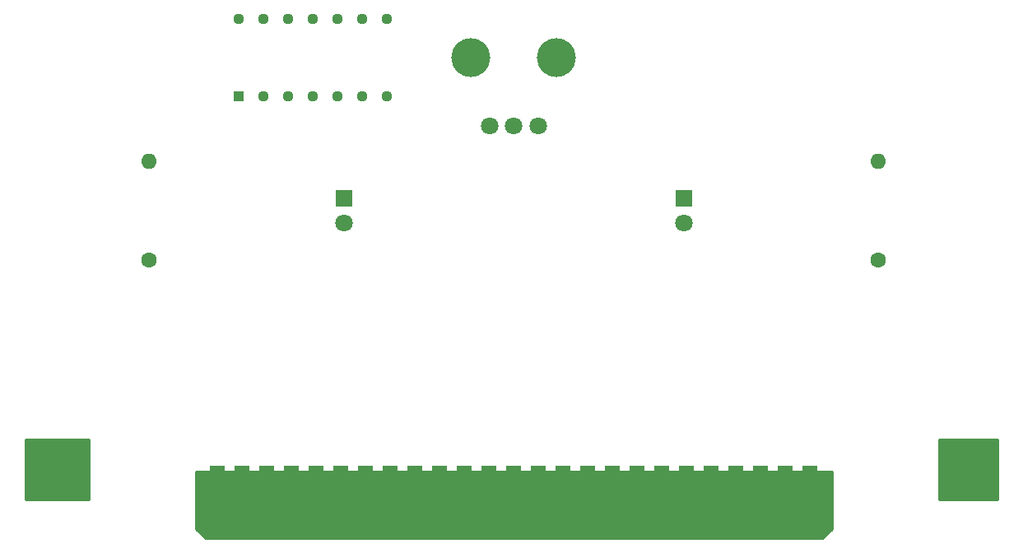
<source format=gbr>
G04 #@! TF.GenerationSoftware,KiCad,Pcbnew,(5.1.7)-1*
G04 #@! TF.CreationDate,2022-04-10T16:59:05-05:00*
G04 #@! TF.ProjectId,ConsolePedal8BitarSMT,436f6e73-6f6c-4655-9065-64616c384269,rev?*
G04 #@! TF.SameCoordinates,Original*
G04 #@! TF.FileFunction,Soldermask,Bot*
G04 #@! TF.FilePolarity,Negative*
%FSLAX46Y46*%
G04 Gerber Fmt 4.6, Leading zero omitted, Abs format (unit mm)*
G04 Created by KiCad (PCBNEW (5.1.7)-1) date 2022-04-10 16:59:05*
%MOMM*%
%LPD*%
G01*
G04 APERTURE LIST*
%ADD10R,1.800000X1.800000*%
%ADD11C,1.800000*%
%ADD12C,5.000000*%
%ADD13C,1.600000*%
%ADD14O,1.600000X1.600000*%
%ADD15R,1.130000X1.130000*%
%ADD16C,1.130000*%
%ADD17C,4.000000*%
%ADD18R,1.500000X7.000000*%
%ADD19C,0.254000*%
%ADD20C,0.100000*%
G04 APERTURE END LIST*
D10*
G04 #@! TO.C,D1*
X115250000Y-95000000D03*
D11*
X115250000Y-97540000D03*
G04 #@! TD*
G04 #@! TO.C,D2*
X150250000Y-97540000D03*
D10*
X150250000Y-95000000D03*
G04 #@! TD*
D12*
G04 #@! TO.C,H1*
X85350000Y-122600000D03*
G04 #@! TD*
G04 #@! TO.C,H2*
X180150000Y-122600000D03*
G04 #@! TD*
D13*
G04 #@! TO.C,R3*
X95215000Y-101350000D03*
D14*
X95215000Y-91190000D03*
G04 #@! TD*
D15*
G04 #@! TO.C,IC1*
X104380000Y-84470000D03*
D16*
X106920000Y-84470000D03*
X109460000Y-84470000D03*
X112000000Y-84470000D03*
X114540000Y-84470000D03*
X117080000Y-84470000D03*
X119620000Y-84470000D03*
X119620000Y-76530000D03*
X117080000Y-76530000D03*
X114540000Y-76530000D03*
X112000000Y-76530000D03*
X109460000Y-76530000D03*
X106920000Y-76530000D03*
X104380000Y-76530000D03*
G04 #@! TD*
D11*
G04 #@! TO.C,RV1*
X130215000Y-87500000D03*
X132715000Y-87500000D03*
X135215000Y-87500000D03*
D17*
X128315000Y-80500000D03*
X137115000Y-80500000D03*
G04 #@! TD*
D18*
G04 #@! TO.C,J1*
X163195000Y-126000000D03*
X160655000Y-126000000D03*
X158115000Y-126000000D03*
X155575000Y-126000000D03*
X153035000Y-126000000D03*
X150495000Y-126000000D03*
X147955000Y-126000000D03*
X145415000Y-126000000D03*
X142875000Y-126000000D03*
X140335000Y-126000000D03*
X137795000Y-126000000D03*
X135255000Y-126000000D03*
X132715000Y-126000000D03*
X130175000Y-126000000D03*
X127635000Y-126000000D03*
X125095000Y-126000000D03*
X122555000Y-126000000D03*
X120015000Y-126000000D03*
X117475000Y-126000000D03*
X114935000Y-126000000D03*
X112395000Y-126000000D03*
X109855000Y-126000000D03*
X107315000Y-126000000D03*
X104775000Y-126000000D03*
X102235000Y-126000000D03*
G04 #@! TD*
D13*
G04 #@! TO.C,R11*
X170215000Y-101350000D03*
D14*
X170215000Y-91190000D03*
G04 #@! TD*
D19*
X165480000Y-129000000D02*
X164480000Y-130000000D01*
X101020000Y-130000000D01*
X100020000Y-129000000D01*
X100020000Y-123063000D01*
X165480000Y-123063000D01*
X165480000Y-129000000D01*
D20*
G36*
X165480000Y-129000000D02*
G01*
X164480000Y-130000000D01*
X101020000Y-130000000D01*
X100020000Y-129000000D01*
X100020000Y-123063000D01*
X165480000Y-123063000D01*
X165480000Y-129000000D01*
G37*
D19*
X89000000Y-126000000D02*
X82500000Y-126000000D01*
X82500000Y-119761000D01*
X89000000Y-119761000D01*
X89000000Y-126000000D01*
D20*
G36*
X89000000Y-126000000D02*
G01*
X82500000Y-126000000D01*
X82500000Y-119761000D01*
X89000000Y-119761000D01*
X89000000Y-126000000D01*
G37*
D19*
X182499000Y-126000000D02*
X176500000Y-126000000D01*
X176500000Y-119761000D01*
X182499000Y-119761000D01*
X182499000Y-126000000D01*
D20*
G36*
X182499000Y-126000000D02*
G01*
X176500000Y-126000000D01*
X176500000Y-119761000D01*
X182499000Y-119761000D01*
X182499000Y-126000000D01*
G37*
M02*

</source>
